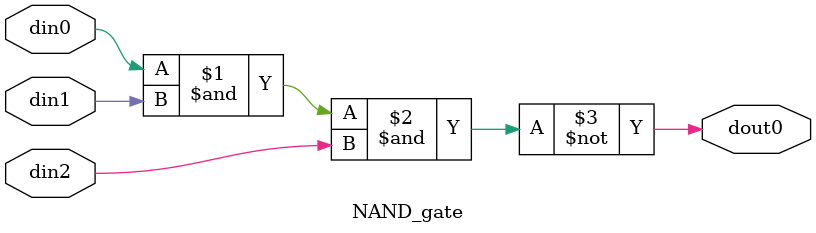
<source format=v>
`timescale 1ns/1ps

module NAND_gate (
    din0,
    din1,
    din2,
    dout0
);

  input din0;
  input din1;
  input din2;
  output dout0;

  assign dout0 = ~(din0 & din1 & din2);

endmodule
</source>
